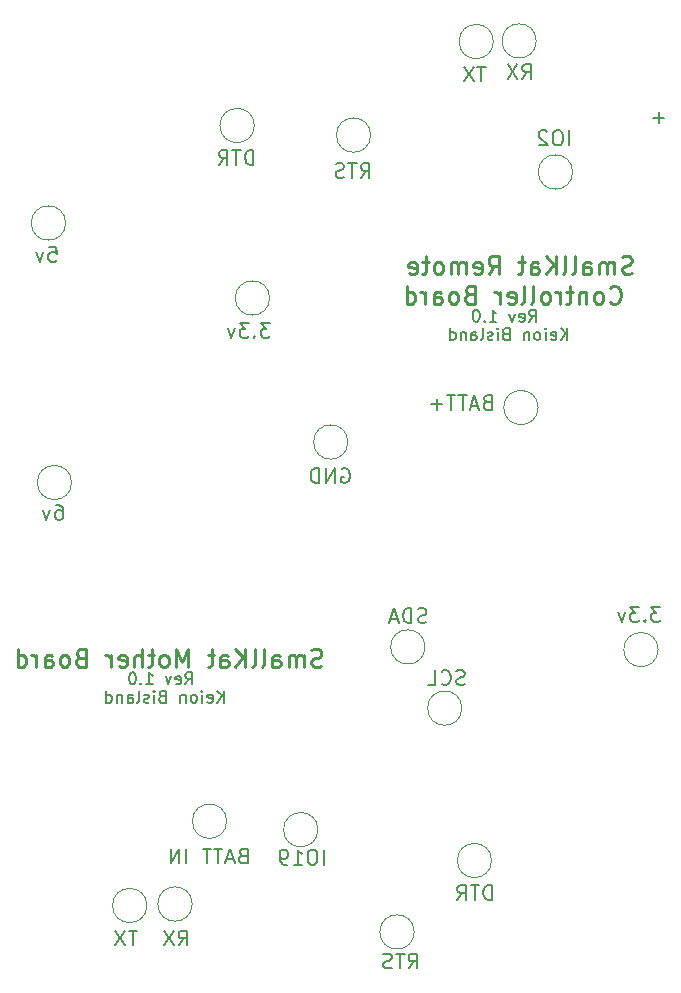
<source format=gbr>
G04 #@! TF.GenerationSoftware,KiCad,Pcbnew,5.1.4-e60b266~84~ubuntu18.04.1*
G04 #@! TF.CreationDate,2019-10-21T15:53:24-04:00*
G04 #@! TF.ProjectId,SmallKat v2,536d616c-6c4b-4617-9420-76322e6b6963,rev?*
G04 #@! TF.SameCoordinates,Original*
G04 #@! TF.FileFunction,Legend,Bot*
G04 #@! TF.FilePolarity,Positive*
%FSLAX46Y46*%
G04 Gerber Fmt 4.6, Leading zero omitted, Abs format (unit mm)*
G04 Created by KiCad (PCBNEW 5.1.4-e60b266~84~ubuntu18.04.1) date 2019-10-21 15:53:24*
%MOMM*%
%LPD*%
G04 APERTURE LIST*
%ADD10C,0.250000*%
%ADD11C,0.150000*%
%ADD12C,0.120000*%
G04 APERTURE END LIST*
D10*
X139192857Y-110657142D02*
X138978571Y-110728571D01*
X138621428Y-110728571D01*
X138478571Y-110657142D01*
X138407142Y-110585714D01*
X138335714Y-110442857D01*
X138335714Y-110300000D01*
X138407142Y-110157142D01*
X138478571Y-110085714D01*
X138621428Y-110014285D01*
X138907142Y-109942857D01*
X139050000Y-109871428D01*
X139121428Y-109800000D01*
X139192857Y-109657142D01*
X139192857Y-109514285D01*
X139121428Y-109371428D01*
X139050000Y-109300000D01*
X138907142Y-109228571D01*
X138550000Y-109228571D01*
X138335714Y-109300000D01*
X137692857Y-110728571D02*
X137692857Y-109728571D01*
X137692857Y-109871428D02*
X137621428Y-109800000D01*
X137478571Y-109728571D01*
X137264285Y-109728571D01*
X137121428Y-109800000D01*
X137050000Y-109942857D01*
X137050000Y-110728571D01*
X137050000Y-109942857D02*
X136978571Y-109800000D01*
X136835714Y-109728571D01*
X136621428Y-109728571D01*
X136478571Y-109800000D01*
X136407142Y-109942857D01*
X136407142Y-110728571D01*
X135050000Y-110728571D02*
X135050000Y-109942857D01*
X135121428Y-109800000D01*
X135264285Y-109728571D01*
X135550000Y-109728571D01*
X135692857Y-109800000D01*
X135050000Y-110657142D02*
X135192857Y-110728571D01*
X135550000Y-110728571D01*
X135692857Y-110657142D01*
X135764285Y-110514285D01*
X135764285Y-110371428D01*
X135692857Y-110228571D01*
X135550000Y-110157142D01*
X135192857Y-110157142D01*
X135050000Y-110085714D01*
X134121428Y-110728571D02*
X134264285Y-110657142D01*
X134335714Y-110514285D01*
X134335714Y-109228571D01*
X133335714Y-110728571D02*
X133478571Y-110657142D01*
X133550000Y-110514285D01*
X133550000Y-109228571D01*
X132764285Y-110728571D02*
X132764285Y-109228571D01*
X131907142Y-110728571D02*
X132550000Y-109871428D01*
X131907142Y-109228571D02*
X132764285Y-110085714D01*
X130621428Y-110728571D02*
X130621428Y-109942857D01*
X130692857Y-109800000D01*
X130835714Y-109728571D01*
X131121428Y-109728571D01*
X131264285Y-109800000D01*
X130621428Y-110657142D02*
X130764285Y-110728571D01*
X131121428Y-110728571D01*
X131264285Y-110657142D01*
X131335714Y-110514285D01*
X131335714Y-110371428D01*
X131264285Y-110228571D01*
X131121428Y-110157142D01*
X130764285Y-110157142D01*
X130621428Y-110085714D01*
X130121428Y-109728571D02*
X129549999Y-109728571D01*
X129907142Y-109228571D02*
X129907142Y-110514285D01*
X129835714Y-110657142D01*
X129692857Y-110728571D01*
X129549999Y-110728571D01*
X127907142Y-110728571D02*
X127907142Y-109228571D01*
X127407142Y-110300000D01*
X126907142Y-109228571D01*
X126907142Y-110728571D01*
X125978571Y-110728571D02*
X126121428Y-110657142D01*
X126192857Y-110585714D01*
X126264285Y-110442857D01*
X126264285Y-110014285D01*
X126192857Y-109871428D01*
X126121428Y-109800000D01*
X125978571Y-109728571D01*
X125764285Y-109728571D01*
X125621428Y-109800000D01*
X125549999Y-109871428D01*
X125478571Y-110014285D01*
X125478571Y-110442857D01*
X125549999Y-110585714D01*
X125621428Y-110657142D01*
X125764285Y-110728571D01*
X125978571Y-110728571D01*
X125049999Y-109728571D02*
X124478571Y-109728571D01*
X124835714Y-109228571D02*
X124835714Y-110514285D01*
X124764285Y-110657142D01*
X124621428Y-110728571D01*
X124478571Y-110728571D01*
X123978571Y-110728571D02*
X123978571Y-109228571D01*
X123335714Y-110728571D02*
X123335714Y-109942857D01*
X123407142Y-109800000D01*
X123550000Y-109728571D01*
X123764285Y-109728571D01*
X123907142Y-109800000D01*
X123978571Y-109871428D01*
X122050000Y-110657142D02*
X122192857Y-110728571D01*
X122478571Y-110728571D01*
X122621428Y-110657142D01*
X122692857Y-110514285D01*
X122692857Y-109942857D01*
X122621428Y-109800000D01*
X122478571Y-109728571D01*
X122192857Y-109728571D01*
X122050000Y-109800000D01*
X121978571Y-109942857D01*
X121978571Y-110085714D01*
X122692857Y-110228571D01*
X121335714Y-110728571D02*
X121335714Y-109728571D01*
X121335714Y-110014285D02*
X121264285Y-109871428D01*
X121192857Y-109800000D01*
X121050000Y-109728571D01*
X120907142Y-109728571D01*
X118764285Y-109942857D02*
X118550000Y-110014285D01*
X118478571Y-110085714D01*
X118407142Y-110228571D01*
X118407142Y-110442857D01*
X118478571Y-110585714D01*
X118550000Y-110657142D01*
X118692857Y-110728571D01*
X119264285Y-110728571D01*
X119264285Y-109228571D01*
X118764285Y-109228571D01*
X118621428Y-109300000D01*
X118550000Y-109371428D01*
X118478571Y-109514285D01*
X118478571Y-109657142D01*
X118550000Y-109800000D01*
X118621428Y-109871428D01*
X118764285Y-109942857D01*
X119264285Y-109942857D01*
X117550000Y-110728571D02*
X117692857Y-110657142D01*
X117764285Y-110585714D01*
X117835714Y-110442857D01*
X117835714Y-110014285D01*
X117764285Y-109871428D01*
X117692857Y-109800000D01*
X117550000Y-109728571D01*
X117335714Y-109728571D01*
X117192857Y-109800000D01*
X117121428Y-109871428D01*
X117050000Y-110014285D01*
X117050000Y-110442857D01*
X117121428Y-110585714D01*
X117192857Y-110657142D01*
X117335714Y-110728571D01*
X117550000Y-110728571D01*
X115764285Y-110728571D02*
X115764285Y-109942857D01*
X115835714Y-109800000D01*
X115978571Y-109728571D01*
X116264285Y-109728571D01*
X116407142Y-109800000D01*
X115764285Y-110657142D02*
X115907142Y-110728571D01*
X116264285Y-110728571D01*
X116407142Y-110657142D01*
X116478571Y-110514285D01*
X116478571Y-110371428D01*
X116407142Y-110228571D01*
X116264285Y-110157142D01*
X115907142Y-110157142D01*
X115764285Y-110085714D01*
X115050000Y-110728571D02*
X115050000Y-109728571D01*
X115050000Y-110014285D02*
X114978571Y-109871428D01*
X114907142Y-109800000D01*
X114764285Y-109728571D01*
X114621428Y-109728571D01*
X113478571Y-110728571D02*
X113478571Y-109228571D01*
X113478571Y-110657142D02*
X113621428Y-110728571D01*
X113907142Y-110728571D01*
X114050000Y-110657142D01*
X114121428Y-110585714D01*
X114192857Y-110442857D01*
X114192857Y-110014285D01*
X114121428Y-109871428D01*
X114050000Y-109800000D01*
X113907142Y-109728571D01*
X113621428Y-109728571D01*
X113478571Y-109800000D01*
D11*
X130926190Y-113752380D02*
X130926190Y-112752380D01*
X130354761Y-113752380D02*
X130783333Y-113180952D01*
X130354761Y-112752380D02*
X130926190Y-113323809D01*
X129545238Y-113704761D02*
X129640476Y-113752380D01*
X129830952Y-113752380D01*
X129926190Y-113704761D01*
X129973809Y-113609523D01*
X129973809Y-113228571D01*
X129926190Y-113133333D01*
X129830952Y-113085714D01*
X129640476Y-113085714D01*
X129545238Y-113133333D01*
X129497619Y-113228571D01*
X129497619Y-113323809D01*
X129973809Y-113419047D01*
X129069047Y-113752380D02*
X129069047Y-113085714D01*
X129069047Y-112752380D02*
X129116666Y-112800000D01*
X129069047Y-112847619D01*
X129021428Y-112800000D01*
X129069047Y-112752380D01*
X129069047Y-112847619D01*
X128450000Y-113752380D02*
X128545238Y-113704761D01*
X128592857Y-113657142D01*
X128640476Y-113561904D01*
X128640476Y-113276190D01*
X128592857Y-113180952D01*
X128545238Y-113133333D01*
X128450000Y-113085714D01*
X128307142Y-113085714D01*
X128211904Y-113133333D01*
X128164285Y-113180952D01*
X128116666Y-113276190D01*
X128116666Y-113561904D01*
X128164285Y-113657142D01*
X128211904Y-113704761D01*
X128307142Y-113752380D01*
X128450000Y-113752380D01*
X127688095Y-113085714D02*
X127688095Y-113752380D01*
X127688095Y-113180952D02*
X127640476Y-113133333D01*
X127545238Y-113085714D01*
X127402380Y-113085714D01*
X127307142Y-113133333D01*
X127259523Y-113228571D01*
X127259523Y-113752380D01*
X125688095Y-113228571D02*
X125545238Y-113276190D01*
X125497619Y-113323809D01*
X125450000Y-113419047D01*
X125450000Y-113561904D01*
X125497619Y-113657142D01*
X125545238Y-113704761D01*
X125640476Y-113752380D01*
X126021428Y-113752380D01*
X126021428Y-112752380D01*
X125688095Y-112752380D01*
X125592857Y-112800000D01*
X125545238Y-112847619D01*
X125497619Y-112942857D01*
X125497619Y-113038095D01*
X125545238Y-113133333D01*
X125592857Y-113180952D01*
X125688095Y-113228571D01*
X126021428Y-113228571D01*
X125021428Y-113752380D02*
X125021428Y-113085714D01*
X125021428Y-112752380D02*
X125069047Y-112800000D01*
X125021428Y-112847619D01*
X124973809Y-112800000D01*
X125021428Y-112752380D01*
X125021428Y-112847619D01*
X124592857Y-113704761D02*
X124497619Y-113752380D01*
X124307142Y-113752380D01*
X124211904Y-113704761D01*
X124164285Y-113609523D01*
X124164285Y-113561904D01*
X124211904Y-113466666D01*
X124307142Y-113419047D01*
X124450000Y-113419047D01*
X124545238Y-113371428D01*
X124592857Y-113276190D01*
X124592857Y-113228571D01*
X124545238Y-113133333D01*
X124450000Y-113085714D01*
X124307142Y-113085714D01*
X124211904Y-113133333D01*
X123592857Y-113752380D02*
X123688095Y-113704761D01*
X123735714Y-113609523D01*
X123735714Y-112752380D01*
X122783333Y-113752380D02*
X122783333Y-113228571D01*
X122830952Y-113133333D01*
X122926190Y-113085714D01*
X123116666Y-113085714D01*
X123211904Y-113133333D01*
X122783333Y-113704761D02*
X122878571Y-113752380D01*
X123116666Y-113752380D01*
X123211904Y-113704761D01*
X123259523Y-113609523D01*
X123259523Y-113514285D01*
X123211904Y-113419047D01*
X123116666Y-113371428D01*
X122878571Y-113371428D01*
X122783333Y-113323809D01*
X122307142Y-113085714D02*
X122307142Y-113752380D01*
X122307142Y-113180952D02*
X122259523Y-113133333D01*
X122164285Y-113085714D01*
X122021428Y-113085714D01*
X121926190Y-113133333D01*
X121878571Y-113228571D01*
X121878571Y-113752380D01*
X120973809Y-113752380D02*
X120973809Y-112752380D01*
X120973809Y-113704761D02*
X121069047Y-113752380D01*
X121259523Y-113752380D01*
X121354761Y-113704761D01*
X121402380Y-113657142D01*
X121450000Y-113561904D01*
X121450000Y-113276190D01*
X121402380Y-113180952D01*
X121354761Y-113133333D01*
X121259523Y-113085714D01*
X121069047Y-113085714D01*
X120973809Y-113133333D01*
X127671428Y-112202380D02*
X128004761Y-111726190D01*
X128242857Y-112202380D02*
X128242857Y-111202380D01*
X127861904Y-111202380D01*
X127766666Y-111250000D01*
X127719047Y-111297619D01*
X127671428Y-111392857D01*
X127671428Y-111535714D01*
X127719047Y-111630952D01*
X127766666Y-111678571D01*
X127861904Y-111726190D01*
X128242857Y-111726190D01*
X126861904Y-112154761D02*
X126957142Y-112202380D01*
X127147619Y-112202380D01*
X127242857Y-112154761D01*
X127290476Y-112059523D01*
X127290476Y-111678571D01*
X127242857Y-111583333D01*
X127147619Y-111535714D01*
X126957142Y-111535714D01*
X126861904Y-111583333D01*
X126814285Y-111678571D01*
X126814285Y-111773809D01*
X127290476Y-111869047D01*
X126480952Y-111535714D02*
X126242857Y-112202380D01*
X126004761Y-111535714D01*
X124338095Y-112202380D02*
X124909523Y-112202380D01*
X124623809Y-112202380D02*
X124623809Y-111202380D01*
X124719047Y-111345238D01*
X124814285Y-111440476D01*
X124909523Y-111488095D01*
X123909523Y-112107142D02*
X123861904Y-112154761D01*
X123909523Y-112202380D01*
X123957142Y-112154761D01*
X123909523Y-112107142D01*
X123909523Y-112202380D01*
X123242857Y-111202380D02*
X123147619Y-111202380D01*
X123052380Y-111250000D01*
X123004761Y-111297619D01*
X122957142Y-111392857D01*
X122909523Y-111583333D01*
X122909523Y-111821428D01*
X122957142Y-112011904D01*
X123004761Y-112107142D01*
X123052380Y-112154761D01*
X123147619Y-112202380D01*
X123242857Y-112202380D01*
X123338095Y-112154761D01*
X123385714Y-112107142D01*
X123433333Y-112011904D01*
X123480952Y-111821428D01*
X123480952Y-111583333D01*
X123433333Y-111392857D01*
X123385714Y-111297619D01*
X123338095Y-111250000D01*
X123242857Y-111202380D01*
X160026190Y-83052380D02*
X160026190Y-82052380D01*
X159454761Y-83052380D02*
X159883333Y-82480952D01*
X159454761Y-82052380D02*
X160026190Y-82623809D01*
X158645238Y-83004761D02*
X158740476Y-83052380D01*
X158930952Y-83052380D01*
X159026190Y-83004761D01*
X159073809Y-82909523D01*
X159073809Y-82528571D01*
X159026190Y-82433333D01*
X158930952Y-82385714D01*
X158740476Y-82385714D01*
X158645238Y-82433333D01*
X158597619Y-82528571D01*
X158597619Y-82623809D01*
X159073809Y-82719047D01*
X158169047Y-83052380D02*
X158169047Y-82385714D01*
X158169047Y-82052380D02*
X158216666Y-82100000D01*
X158169047Y-82147619D01*
X158121428Y-82100000D01*
X158169047Y-82052380D01*
X158169047Y-82147619D01*
X157550000Y-83052380D02*
X157645238Y-83004761D01*
X157692857Y-82957142D01*
X157740476Y-82861904D01*
X157740476Y-82576190D01*
X157692857Y-82480952D01*
X157645238Y-82433333D01*
X157550000Y-82385714D01*
X157407142Y-82385714D01*
X157311904Y-82433333D01*
X157264285Y-82480952D01*
X157216666Y-82576190D01*
X157216666Y-82861904D01*
X157264285Y-82957142D01*
X157311904Y-83004761D01*
X157407142Y-83052380D01*
X157550000Y-83052380D01*
X156788095Y-82385714D02*
X156788095Y-83052380D01*
X156788095Y-82480952D02*
X156740476Y-82433333D01*
X156645238Y-82385714D01*
X156502380Y-82385714D01*
X156407142Y-82433333D01*
X156359523Y-82528571D01*
X156359523Y-83052380D01*
X154788095Y-82528571D02*
X154645238Y-82576190D01*
X154597619Y-82623809D01*
X154550000Y-82719047D01*
X154550000Y-82861904D01*
X154597619Y-82957142D01*
X154645238Y-83004761D01*
X154740476Y-83052380D01*
X155121428Y-83052380D01*
X155121428Y-82052380D01*
X154788095Y-82052380D01*
X154692857Y-82100000D01*
X154645238Y-82147619D01*
X154597619Y-82242857D01*
X154597619Y-82338095D01*
X154645238Y-82433333D01*
X154692857Y-82480952D01*
X154788095Y-82528571D01*
X155121428Y-82528571D01*
X154121428Y-83052380D02*
X154121428Y-82385714D01*
X154121428Y-82052380D02*
X154169047Y-82100000D01*
X154121428Y-82147619D01*
X154073809Y-82100000D01*
X154121428Y-82052380D01*
X154121428Y-82147619D01*
X153692857Y-83004761D02*
X153597619Y-83052380D01*
X153407142Y-83052380D01*
X153311904Y-83004761D01*
X153264285Y-82909523D01*
X153264285Y-82861904D01*
X153311904Y-82766666D01*
X153407142Y-82719047D01*
X153550000Y-82719047D01*
X153645238Y-82671428D01*
X153692857Y-82576190D01*
X153692857Y-82528571D01*
X153645238Y-82433333D01*
X153550000Y-82385714D01*
X153407142Y-82385714D01*
X153311904Y-82433333D01*
X152692857Y-83052380D02*
X152788095Y-83004761D01*
X152835714Y-82909523D01*
X152835714Y-82052380D01*
X151883333Y-83052380D02*
X151883333Y-82528571D01*
X151930952Y-82433333D01*
X152026190Y-82385714D01*
X152216666Y-82385714D01*
X152311904Y-82433333D01*
X151883333Y-83004761D02*
X151978571Y-83052380D01*
X152216666Y-83052380D01*
X152311904Y-83004761D01*
X152359523Y-82909523D01*
X152359523Y-82814285D01*
X152311904Y-82719047D01*
X152216666Y-82671428D01*
X151978571Y-82671428D01*
X151883333Y-82623809D01*
X151407142Y-82385714D02*
X151407142Y-83052380D01*
X151407142Y-82480952D02*
X151359523Y-82433333D01*
X151264285Y-82385714D01*
X151121428Y-82385714D01*
X151026190Y-82433333D01*
X150978571Y-82528571D01*
X150978571Y-83052380D01*
X150073809Y-83052380D02*
X150073809Y-82052380D01*
X150073809Y-83004761D02*
X150169047Y-83052380D01*
X150359523Y-83052380D01*
X150454761Y-83004761D01*
X150502380Y-82957142D01*
X150550000Y-82861904D01*
X150550000Y-82576190D01*
X150502380Y-82480952D01*
X150454761Y-82433333D01*
X150359523Y-82385714D01*
X150169047Y-82385714D01*
X150073809Y-82433333D01*
X156771428Y-81502380D02*
X157104761Y-81026190D01*
X157342857Y-81502380D02*
X157342857Y-80502380D01*
X156961904Y-80502380D01*
X156866666Y-80550000D01*
X156819047Y-80597619D01*
X156771428Y-80692857D01*
X156771428Y-80835714D01*
X156819047Y-80930952D01*
X156866666Y-80978571D01*
X156961904Y-81026190D01*
X157342857Y-81026190D01*
X155961904Y-81454761D02*
X156057142Y-81502380D01*
X156247619Y-81502380D01*
X156342857Y-81454761D01*
X156390476Y-81359523D01*
X156390476Y-80978571D01*
X156342857Y-80883333D01*
X156247619Y-80835714D01*
X156057142Y-80835714D01*
X155961904Y-80883333D01*
X155914285Y-80978571D01*
X155914285Y-81073809D01*
X156390476Y-81169047D01*
X155580952Y-80835714D02*
X155342857Y-81502380D01*
X155104761Y-80835714D01*
X153438095Y-81502380D02*
X154009523Y-81502380D01*
X153723809Y-81502380D02*
X153723809Y-80502380D01*
X153819047Y-80645238D01*
X153914285Y-80740476D01*
X154009523Y-80788095D01*
X153009523Y-81407142D02*
X152961904Y-81454761D01*
X153009523Y-81502380D01*
X153057142Y-81454761D01*
X153009523Y-81407142D01*
X153009523Y-81502380D01*
X152342857Y-80502380D02*
X152247619Y-80502380D01*
X152152380Y-80550000D01*
X152104761Y-80597619D01*
X152057142Y-80692857D01*
X152009523Y-80883333D01*
X152009523Y-81121428D01*
X152057142Y-81311904D01*
X152104761Y-81407142D01*
X152152380Y-81454761D01*
X152247619Y-81502380D01*
X152342857Y-81502380D01*
X152438095Y-81454761D01*
X152485714Y-81407142D01*
X152533333Y-81311904D01*
X152580952Y-81121428D01*
X152580952Y-80883333D01*
X152533333Y-80692857D01*
X152485714Y-80597619D01*
X152438095Y-80550000D01*
X152342857Y-80502380D01*
D10*
X165485714Y-77407142D02*
X165271428Y-77478571D01*
X164914285Y-77478571D01*
X164771428Y-77407142D01*
X164700000Y-77335714D01*
X164628571Y-77192857D01*
X164628571Y-77050000D01*
X164700000Y-76907142D01*
X164771428Y-76835714D01*
X164914285Y-76764285D01*
X165200000Y-76692857D01*
X165342857Y-76621428D01*
X165414285Y-76550000D01*
X165485714Y-76407142D01*
X165485714Y-76264285D01*
X165414285Y-76121428D01*
X165342857Y-76050000D01*
X165200000Y-75978571D01*
X164842857Y-75978571D01*
X164628571Y-76050000D01*
X163985714Y-77478571D02*
X163985714Y-76478571D01*
X163985714Y-76621428D02*
X163914285Y-76550000D01*
X163771428Y-76478571D01*
X163557142Y-76478571D01*
X163414285Y-76550000D01*
X163342857Y-76692857D01*
X163342857Y-77478571D01*
X163342857Y-76692857D02*
X163271428Y-76550000D01*
X163128571Y-76478571D01*
X162914285Y-76478571D01*
X162771428Y-76550000D01*
X162700000Y-76692857D01*
X162700000Y-77478571D01*
X161342857Y-77478571D02*
X161342857Y-76692857D01*
X161414285Y-76550000D01*
X161557142Y-76478571D01*
X161842857Y-76478571D01*
X161985714Y-76550000D01*
X161342857Y-77407142D02*
X161485714Y-77478571D01*
X161842857Y-77478571D01*
X161985714Y-77407142D01*
X162057142Y-77264285D01*
X162057142Y-77121428D01*
X161985714Y-76978571D01*
X161842857Y-76907142D01*
X161485714Y-76907142D01*
X161342857Y-76835714D01*
X160414285Y-77478571D02*
X160557142Y-77407142D01*
X160628571Y-77264285D01*
X160628571Y-75978571D01*
X159628571Y-77478571D02*
X159771428Y-77407142D01*
X159842857Y-77264285D01*
X159842857Y-75978571D01*
X159057142Y-77478571D02*
X159057142Y-75978571D01*
X158200000Y-77478571D02*
X158842857Y-76621428D01*
X158200000Y-75978571D02*
X159057142Y-76835714D01*
X156914285Y-77478571D02*
X156914285Y-76692857D01*
X156985714Y-76550000D01*
X157128571Y-76478571D01*
X157414285Y-76478571D01*
X157557142Y-76550000D01*
X156914285Y-77407142D02*
X157057142Y-77478571D01*
X157414285Y-77478571D01*
X157557142Y-77407142D01*
X157628571Y-77264285D01*
X157628571Y-77121428D01*
X157557142Y-76978571D01*
X157414285Y-76907142D01*
X157057142Y-76907142D01*
X156914285Y-76835714D01*
X156414285Y-76478571D02*
X155842857Y-76478571D01*
X156200000Y-75978571D02*
X156200000Y-77264285D01*
X156128571Y-77407142D01*
X155985714Y-77478571D01*
X155842857Y-77478571D01*
X153342857Y-77478571D02*
X153842857Y-76764285D01*
X154200000Y-77478571D02*
X154200000Y-75978571D01*
X153628571Y-75978571D01*
X153485714Y-76050000D01*
X153414285Y-76121428D01*
X153342857Y-76264285D01*
X153342857Y-76478571D01*
X153414285Y-76621428D01*
X153485714Y-76692857D01*
X153628571Y-76764285D01*
X154200000Y-76764285D01*
X152128571Y-77407142D02*
X152271428Y-77478571D01*
X152557142Y-77478571D01*
X152700000Y-77407142D01*
X152771428Y-77264285D01*
X152771428Y-76692857D01*
X152700000Y-76550000D01*
X152557142Y-76478571D01*
X152271428Y-76478571D01*
X152128571Y-76550000D01*
X152057142Y-76692857D01*
X152057142Y-76835714D01*
X152771428Y-76978571D01*
X151414285Y-77478571D02*
X151414285Y-76478571D01*
X151414285Y-76621428D02*
X151342857Y-76550000D01*
X151200000Y-76478571D01*
X150985714Y-76478571D01*
X150842857Y-76550000D01*
X150771428Y-76692857D01*
X150771428Y-77478571D01*
X150771428Y-76692857D02*
X150700000Y-76550000D01*
X150557142Y-76478571D01*
X150342857Y-76478571D01*
X150200000Y-76550000D01*
X150128571Y-76692857D01*
X150128571Y-77478571D01*
X149200000Y-77478571D02*
X149342857Y-77407142D01*
X149414285Y-77335714D01*
X149485714Y-77192857D01*
X149485714Y-76764285D01*
X149414285Y-76621428D01*
X149342857Y-76550000D01*
X149200000Y-76478571D01*
X148985714Y-76478571D01*
X148842857Y-76550000D01*
X148771428Y-76621428D01*
X148700000Y-76764285D01*
X148700000Y-77192857D01*
X148771428Y-77335714D01*
X148842857Y-77407142D01*
X148985714Y-77478571D01*
X149200000Y-77478571D01*
X148271428Y-76478571D02*
X147700000Y-76478571D01*
X148057142Y-75978571D02*
X148057142Y-77264285D01*
X147985714Y-77407142D01*
X147842857Y-77478571D01*
X147700000Y-77478571D01*
X146628571Y-77407142D02*
X146771428Y-77478571D01*
X147057142Y-77478571D01*
X147200000Y-77407142D01*
X147271428Y-77264285D01*
X147271428Y-76692857D01*
X147200000Y-76550000D01*
X147057142Y-76478571D01*
X146771428Y-76478571D01*
X146628571Y-76550000D01*
X146557142Y-76692857D01*
X146557142Y-76835714D01*
X147271428Y-76978571D01*
X163628571Y-79835714D02*
X163700000Y-79907142D01*
X163914285Y-79978571D01*
X164057142Y-79978571D01*
X164271428Y-79907142D01*
X164414285Y-79764285D01*
X164485714Y-79621428D01*
X164557142Y-79335714D01*
X164557142Y-79121428D01*
X164485714Y-78835714D01*
X164414285Y-78692857D01*
X164271428Y-78550000D01*
X164057142Y-78478571D01*
X163914285Y-78478571D01*
X163700000Y-78550000D01*
X163628571Y-78621428D01*
X162771428Y-79978571D02*
X162914285Y-79907142D01*
X162985714Y-79835714D01*
X163057142Y-79692857D01*
X163057142Y-79264285D01*
X162985714Y-79121428D01*
X162914285Y-79050000D01*
X162771428Y-78978571D01*
X162557142Y-78978571D01*
X162414285Y-79050000D01*
X162342857Y-79121428D01*
X162271428Y-79264285D01*
X162271428Y-79692857D01*
X162342857Y-79835714D01*
X162414285Y-79907142D01*
X162557142Y-79978571D01*
X162771428Y-79978571D01*
X161628571Y-78978571D02*
X161628571Y-79978571D01*
X161628571Y-79121428D02*
X161557142Y-79050000D01*
X161414285Y-78978571D01*
X161200000Y-78978571D01*
X161057142Y-79050000D01*
X160985714Y-79192857D01*
X160985714Y-79978571D01*
X160485714Y-78978571D02*
X159914285Y-78978571D01*
X160271428Y-78478571D02*
X160271428Y-79764285D01*
X160200000Y-79907142D01*
X160057142Y-79978571D01*
X159914285Y-79978571D01*
X159414285Y-79978571D02*
X159414285Y-78978571D01*
X159414285Y-79264285D02*
X159342857Y-79121428D01*
X159271428Y-79050000D01*
X159128571Y-78978571D01*
X158985714Y-78978571D01*
X158271428Y-79978571D02*
X158414285Y-79907142D01*
X158485714Y-79835714D01*
X158557142Y-79692857D01*
X158557142Y-79264285D01*
X158485714Y-79121428D01*
X158414285Y-79050000D01*
X158271428Y-78978571D01*
X158057142Y-78978571D01*
X157914285Y-79050000D01*
X157842857Y-79121428D01*
X157771428Y-79264285D01*
X157771428Y-79692857D01*
X157842857Y-79835714D01*
X157914285Y-79907142D01*
X158057142Y-79978571D01*
X158271428Y-79978571D01*
X156914285Y-79978571D02*
X157057142Y-79907142D01*
X157128571Y-79764285D01*
X157128571Y-78478571D01*
X156128571Y-79978571D02*
X156271428Y-79907142D01*
X156342857Y-79764285D01*
X156342857Y-78478571D01*
X154985714Y-79907142D02*
X155128571Y-79978571D01*
X155414285Y-79978571D01*
X155557142Y-79907142D01*
X155628571Y-79764285D01*
X155628571Y-79192857D01*
X155557142Y-79050000D01*
X155414285Y-78978571D01*
X155128571Y-78978571D01*
X154985714Y-79050000D01*
X154914285Y-79192857D01*
X154914285Y-79335714D01*
X155628571Y-79478571D01*
X154271428Y-79978571D02*
X154271428Y-78978571D01*
X154271428Y-79264285D02*
X154200000Y-79121428D01*
X154128571Y-79050000D01*
X153985714Y-78978571D01*
X153842857Y-78978571D01*
X151700000Y-79192857D02*
X151485714Y-79264285D01*
X151414285Y-79335714D01*
X151342857Y-79478571D01*
X151342857Y-79692857D01*
X151414285Y-79835714D01*
X151485714Y-79907142D01*
X151628571Y-79978571D01*
X152200000Y-79978571D01*
X152200000Y-78478571D01*
X151700000Y-78478571D01*
X151557142Y-78550000D01*
X151485714Y-78621428D01*
X151414285Y-78764285D01*
X151414285Y-78907142D01*
X151485714Y-79050000D01*
X151557142Y-79121428D01*
X151700000Y-79192857D01*
X152200000Y-79192857D01*
X150485714Y-79978571D02*
X150628571Y-79907142D01*
X150700000Y-79835714D01*
X150771428Y-79692857D01*
X150771428Y-79264285D01*
X150700000Y-79121428D01*
X150628571Y-79050000D01*
X150485714Y-78978571D01*
X150271428Y-78978571D01*
X150128571Y-79050000D01*
X150057142Y-79121428D01*
X149985714Y-79264285D01*
X149985714Y-79692857D01*
X150057142Y-79835714D01*
X150128571Y-79907142D01*
X150271428Y-79978571D01*
X150485714Y-79978571D01*
X148700000Y-79978571D02*
X148700000Y-79192857D01*
X148771428Y-79050000D01*
X148914285Y-78978571D01*
X149200000Y-78978571D01*
X149342857Y-79050000D01*
X148700000Y-79907142D02*
X148842857Y-79978571D01*
X149200000Y-79978571D01*
X149342857Y-79907142D01*
X149414285Y-79764285D01*
X149414285Y-79621428D01*
X149342857Y-79478571D01*
X149200000Y-79407142D01*
X148842857Y-79407142D01*
X148700000Y-79335714D01*
X147985714Y-79978571D02*
X147985714Y-78978571D01*
X147985714Y-79264285D02*
X147914285Y-79121428D01*
X147842857Y-79050000D01*
X147700000Y-78978571D01*
X147557142Y-78978571D01*
X146414285Y-79978571D02*
X146414285Y-78478571D01*
X146414285Y-79907142D02*
X146557142Y-79978571D01*
X146842857Y-79978571D01*
X146985714Y-79907142D01*
X147057142Y-79835714D01*
X147128571Y-79692857D01*
X147128571Y-79264285D01*
X147057142Y-79121428D01*
X146985714Y-79050000D01*
X146842857Y-78978571D01*
X146557142Y-78978571D01*
X146414285Y-79050000D01*
D11*
X167885714Y-105665476D02*
X167111904Y-105665476D01*
X167528571Y-106141666D01*
X167350000Y-106141666D01*
X167230952Y-106201190D01*
X167171428Y-106260714D01*
X167111904Y-106379761D01*
X167111904Y-106677380D01*
X167171428Y-106796428D01*
X167230952Y-106855952D01*
X167350000Y-106915476D01*
X167707142Y-106915476D01*
X167826190Y-106855952D01*
X167885714Y-106796428D01*
X166576190Y-106796428D02*
X166516666Y-106855952D01*
X166576190Y-106915476D01*
X166635714Y-106855952D01*
X166576190Y-106796428D01*
X166576190Y-106915476D01*
X166100000Y-105665476D02*
X165326190Y-105665476D01*
X165742857Y-106141666D01*
X165564285Y-106141666D01*
X165445238Y-106201190D01*
X165385714Y-106260714D01*
X165326190Y-106379761D01*
X165326190Y-106677380D01*
X165385714Y-106796428D01*
X165445238Y-106855952D01*
X165564285Y-106915476D01*
X165921428Y-106915476D01*
X166040476Y-106855952D01*
X166100000Y-106796428D01*
X164909523Y-106082142D02*
X164611904Y-106915476D01*
X164314285Y-106082142D01*
X153222619Y-88310714D02*
X153044047Y-88370238D01*
X152984523Y-88429761D01*
X152925000Y-88548809D01*
X152925000Y-88727380D01*
X152984523Y-88846428D01*
X153044047Y-88905952D01*
X153163095Y-88965476D01*
X153639285Y-88965476D01*
X153639285Y-87715476D01*
X153222619Y-87715476D01*
X153103571Y-87775000D01*
X153044047Y-87834523D01*
X152984523Y-87953571D01*
X152984523Y-88072619D01*
X153044047Y-88191666D01*
X153103571Y-88251190D01*
X153222619Y-88310714D01*
X153639285Y-88310714D01*
X152448809Y-88608333D02*
X151853571Y-88608333D01*
X152567857Y-88965476D02*
X152151190Y-87715476D01*
X151734523Y-88965476D01*
X151496428Y-87715476D02*
X150782142Y-87715476D01*
X151139285Y-88965476D02*
X151139285Y-87715476D01*
X150544047Y-87715476D02*
X149829761Y-87715476D01*
X150186904Y-88965476D02*
X150186904Y-87715476D01*
X149413095Y-88489285D02*
X148460714Y-88489285D01*
X148936904Y-88965476D02*
X148936904Y-88013095D01*
X148067857Y-106955952D02*
X147889285Y-107015476D01*
X147591666Y-107015476D01*
X147472619Y-106955952D01*
X147413095Y-106896428D01*
X147353571Y-106777380D01*
X147353571Y-106658333D01*
X147413095Y-106539285D01*
X147472619Y-106479761D01*
X147591666Y-106420238D01*
X147829761Y-106360714D01*
X147948809Y-106301190D01*
X148008333Y-106241666D01*
X148067857Y-106122619D01*
X148067857Y-106003571D01*
X148008333Y-105884523D01*
X147948809Y-105825000D01*
X147829761Y-105765476D01*
X147532142Y-105765476D01*
X147353571Y-105825000D01*
X146817857Y-107015476D02*
X146817857Y-105765476D01*
X146520238Y-105765476D01*
X146341666Y-105825000D01*
X146222619Y-105944047D01*
X146163095Y-106063095D01*
X146103571Y-106301190D01*
X146103571Y-106479761D01*
X146163095Y-106717857D01*
X146222619Y-106836904D01*
X146341666Y-106955952D01*
X146520238Y-107015476D01*
X146817857Y-107015476D01*
X145627380Y-106658333D02*
X145032142Y-106658333D01*
X145746428Y-107015476D02*
X145329761Y-105765476D01*
X144913095Y-107015476D01*
X151338095Y-112205952D02*
X151159523Y-112265476D01*
X150861904Y-112265476D01*
X150742857Y-112205952D01*
X150683333Y-112146428D01*
X150623809Y-112027380D01*
X150623809Y-111908333D01*
X150683333Y-111789285D01*
X150742857Y-111729761D01*
X150861904Y-111670238D01*
X151100000Y-111610714D01*
X151219047Y-111551190D01*
X151278571Y-111491666D01*
X151338095Y-111372619D01*
X151338095Y-111253571D01*
X151278571Y-111134523D01*
X151219047Y-111075000D01*
X151100000Y-111015476D01*
X150802380Y-111015476D01*
X150623809Y-111075000D01*
X149373809Y-112146428D02*
X149433333Y-112205952D01*
X149611904Y-112265476D01*
X149730952Y-112265476D01*
X149909523Y-112205952D01*
X150028571Y-112086904D01*
X150088095Y-111967857D01*
X150147619Y-111729761D01*
X150147619Y-111551190D01*
X150088095Y-111313095D01*
X150028571Y-111194047D01*
X149909523Y-111075000D01*
X149730952Y-111015476D01*
X149611904Y-111015476D01*
X149433333Y-111075000D01*
X149373809Y-111134523D01*
X148242857Y-112265476D02*
X148838095Y-112265476D01*
X148838095Y-111015476D01*
X153628571Y-130465476D02*
X153628571Y-129215476D01*
X153330952Y-129215476D01*
X153152380Y-129275000D01*
X153033333Y-129394047D01*
X152973809Y-129513095D01*
X152914285Y-129751190D01*
X152914285Y-129929761D01*
X152973809Y-130167857D01*
X153033333Y-130286904D01*
X153152380Y-130405952D01*
X153330952Y-130465476D01*
X153628571Y-130465476D01*
X152557142Y-129215476D02*
X151842857Y-129215476D01*
X152200000Y-130465476D02*
X152200000Y-129215476D01*
X150711904Y-130465476D02*
X151128571Y-129870238D01*
X151426190Y-130465476D02*
X151426190Y-129215476D01*
X150950000Y-129215476D01*
X150830952Y-129275000D01*
X150771428Y-129334523D01*
X150711904Y-129453571D01*
X150711904Y-129632142D01*
X150771428Y-129751190D01*
X150830952Y-129810714D01*
X150950000Y-129870238D01*
X151426190Y-129870238D01*
X146584523Y-136265476D02*
X147001190Y-135670238D01*
X147298809Y-136265476D02*
X147298809Y-135015476D01*
X146822619Y-135015476D01*
X146703571Y-135075000D01*
X146644047Y-135134523D01*
X146584523Y-135253571D01*
X146584523Y-135432142D01*
X146644047Y-135551190D01*
X146703571Y-135610714D01*
X146822619Y-135670238D01*
X147298809Y-135670238D01*
X146227380Y-135015476D02*
X145513095Y-135015476D01*
X145870238Y-136265476D02*
X145870238Y-135015476D01*
X145155952Y-136205952D02*
X144977380Y-136265476D01*
X144679761Y-136265476D01*
X144560714Y-136205952D01*
X144501190Y-136146428D01*
X144441666Y-136027380D01*
X144441666Y-135908333D01*
X144501190Y-135789285D01*
X144560714Y-135729761D01*
X144679761Y-135670238D01*
X144917857Y-135610714D01*
X145036904Y-135551190D01*
X145096428Y-135491666D01*
X145155952Y-135372619D01*
X145155952Y-135253571D01*
X145096428Y-135134523D01*
X145036904Y-135075000D01*
X144917857Y-135015476D01*
X144620238Y-135015476D01*
X144441666Y-135075000D01*
X139395238Y-127465476D02*
X139395238Y-126215476D01*
X138561904Y-126215476D02*
X138323809Y-126215476D01*
X138204761Y-126275000D01*
X138085714Y-126394047D01*
X138026190Y-126632142D01*
X138026190Y-127048809D01*
X138085714Y-127286904D01*
X138204761Y-127405952D01*
X138323809Y-127465476D01*
X138561904Y-127465476D01*
X138680952Y-127405952D01*
X138800000Y-127286904D01*
X138859523Y-127048809D01*
X138859523Y-126632142D01*
X138800000Y-126394047D01*
X138680952Y-126275000D01*
X138561904Y-126215476D01*
X136835714Y-127465476D02*
X137550000Y-127465476D01*
X137192857Y-127465476D02*
X137192857Y-126215476D01*
X137311904Y-126394047D01*
X137430952Y-126513095D01*
X137550000Y-126572619D01*
X136240476Y-127465476D02*
X136002380Y-127465476D01*
X135883333Y-127405952D01*
X135823809Y-127346428D01*
X135704761Y-127167857D01*
X135645238Y-126929761D01*
X135645238Y-126453571D01*
X135704761Y-126334523D01*
X135764285Y-126275000D01*
X135883333Y-126215476D01*
X136121428Y-126215476D01*
X136240476Y-126275000D01*
X136300000Y-126334523D01*
X136359523Y-126453571D01*
X136359523Y-126751190D01*
X136300000Y-126870238D01*
X136240476Y-126929761D01*
X136121428Y-126989285D01*
X135883333Y-126989285D01*
X135764285Y-126929761D01*
X135704761Y-126870238D01*
X135645238Y-126751190D01*
X123602380Y-133065476D02*
X122888095Y-133065476D01*
X123245238Y-134315476D02*
X123245238Y-133065476D01*
X122590476Y-133065476D02*
X121757142Y-134315476D01*
X121757142Y-133065476D02*
X122590476Y-134315476D01*
X127108333Y-134315476D02*
X127525000Y-133720238D01*
X127822619Y-134315476D02*
X127822619Y-133065476D01*
X127346428Y-133065476D01*
X127227380Y-133125000D01*
X127167857Y-133184523D01*
X127108333Y-133303571D01*
X127108333Y-133482142D01*
X127167857Y-133601190D01*
X127227380Y-133660714D01*
X127346428Y-133720238D01*
X127822619Y-133720238D01*
X126691666Y-133065476D02*
X125858333Y-134315476D01*
X125858333Y-133065476D02*
X126691666Y-134315476D01*
X132527380Y-126710714D02*
X132348809Y-126770238D01*
X132289285Y-126829761D01*
X132229761Y-126948809D01*
X132229761Y-127127380D01*
X132289285Y-127246428D01*
X132348809Y-127305952D01*
X132467857Y-127365476D01*
X132944047Y-127365476D01*
X132944047Y-126115476D01*
X132527380Y-126115476D01*
X132408333Y-126175000D01*
X132348809Y-126234523D01*
X132289285Y-126353571D01*
X132289285Y-126472619D01*
X132348809Y-126591666D01*
X132408333Y-126651190D01*
X132527380Y-126710714D01*
X132944047Y-126710714D01*
X131753571Y-127008333D02*
X131158333Y-127008333D01*
X131872619Y-127365476D02*
X131455952Y-126115476D01*
X131039285Y-127365476D01*
X130801190Y-126115476D02*
X130086904Y-126115476D01*
X130444047Y-127365476D02*
X130444047Y-126115476D01*
X129848809Y-126115476D02*
X129134523Y-126115476D01*
X129491666Y-127365476D02*
X129491666Y-126115476D01*
X127765476Y-127365476D02*
X127765476Y-126115476D01*
X127170238Y-127365476D02*
X127170238Y-126115476D01*
X126455952Y-127365476D01*
X126455952Y-126115476D01*
X116738095Y-97015476D02*
X116976190Y-97015476D01*
X117095238Y-97075000D01*
X117154761Y-97134523D01*
X117273809Y-97313095D01*
X117333333Y-97551190D01*
X117333333Y-98027380D01*
X117273809Y-98146428D01*
X117214285Y-98205952D01*
X117095238Y-98265476D01*
X116857142Y-98265476D01*
X116738095Y-98205952D01*
X116678571Y-98146428D01*
X116619047Y-98027380D01*
X116619047Y-97729761D01*
X116678571Y-97610714D01*
X116738095Y-97551190D01*
X116857142Y-97491666D01*
X117095238Y-97491666D01*
X117214285Y-97551190D01*
X117273809Y-97610714D01*
X117333333Y-97729761D01*
X116202380Y-97432142D02*
X115904761Y-98265476D01*
X115607142Y-97432142D01*
X140902380Y-93975000D02*
X141021428Y-93915476D01*
X141200000Y-93915476D01*
X141378571Y-93975000D01*
X141497619Y-94094047D01*
X141557142Y-94213095D01*
X141616666Y-94451190D01*
X141616666Y-94629761D01*
X141557142Y-94867857D01*
X141497619Y-94986904D01*
X141378571Y-95105952D01*
X141200000Y-95165476D01*
X141080952Y-95165476D01*
X140902380Y-95105952D01*
X140842857Y-95046428D01*
X140842857Y-94629761D01*
X141080952Y-94629761D01*
X140307142Y-95165476D02*
X140307142Y-93915476D01*
X139592857Y-95165476D01*
X139592857Y-93915476D01*
X138997619Y-95165476D02*
X138997619Y-93915476D01*
X138700000Y-93915476D01*
X138521428Y-93975000D01*
X138402380Y-94094047D01*
X138342857Y-94213095D01*
X138283333Y-94451190D01*
X138283333Y-94629761D01*
X138342857Y-94867857D01*
X138402380Y-94986904D01*
X138521428Y-95105952D01*
X138700000Y-95165476D01*
X138997619Y-95165476D01*
X134835714Y-81615476D02*
X134061904Y-81615476D01*
X134478571Y-82091666D01*
X134300000Y-82091666D01*
X134180952Y-82151190D01*
X134121428Y-82210714D01*
X134061904Y-82329761D01*
X134061904Y-82627380D01*
X134121428Y-82746428D01*
X134180952Y-82805952D01*
X134300000Y-82865476D01*
X134657142Y-82865476D01*
X134776190Y-82805952D01*
X134835714Y-82746428D01*
X133526190Y-82746428D02*
X133466666Y-82805952D01*
X133526190Y-82865476D01*
X133585714Y-82805952D01*
X133526190Y-82746428D01*
X133526190Y-82865476D01*
X133050000Y-81615476D02*
X132276190Y-81615476D01*
X132692857Y-82091666D01*
X132514285Y-82091666D01*
X132395238Y-82151190D01*
X132335714Y-82210714D01*
X132276190Y-82329761D01*
X132276190Y-82627380D01*
X132335714Y-82746428D01*
X132395238Y-82805952D01*
X132514285Y-82865476D01*
X132871428Y-82865476D01*
X132990476Y-82805952D01*
X133050000Y-82746428D01*
X131859523Y-82032142D02*
X131561904Y-82865476D01*
X131264285Y-82032142D01*
X116128571Y-75165476D02*
X116723809Y-75165476D01*
X116783333Y-75760714D01*
X116723809Y-75701190D01*
X116604761Y-75641666D01*
X116307142Y-75641666D01*
X116188095Y-75701190D01*
X116128571Y-75760714D01*
X116069047Y-75879761D01*
X116069047Y-76177380D01*
X116128571Y-76296428D01*
X116188095Y-76355952D01*
X116307142Y-76415476D01*
X116604761Y-76415476D01*
X116723809Y-76355952D01*
X116783333Y-76296428D01*
X115652380Y-75582142D02*
X115354761Y-76415476D01*
X115057142Y-75582142D01*
X133428571Y-68215476D02*
X133428571Y-66965476D01*
X133130952Y-66965476D01*
X132952380Y-67025000D01*
X132833333Y-67144047D01*
X132773809Y-67263095D01*
X132714285Y-67501190D01*
X132714285Y-67679761D01*
X132773809Y-67917857D01*
X132833333Y-68036904D01*
X132952380Y-68155952D01*
X133130952Y-68215476D01*
X133428571Y-68215476D01*
X132357142Y-66965476D02*
X131642857Y-66965476D01*
X132000000Y-68215476D02*
X132000000Y-66965476D01*
X130511904Y-68215476D02*
X130928571Y-67620238D01*
X131226190Y-68215476D02*
X131226190Y-66965476D01*
X130750000Y-66965476D01*
X130630952Y-67025000D01*
X130571428Y-67084523D01*
X130511904Y-67203571D01*
X130511904Y-67382142D01*
X130571428Y-67501190D01*
X130630952Y-67560714D01*
X130750000Y-67620238D01*
X131226190Y-67620238D01*
X156208333Y-60965476D02*
X156625000Y-60370238D01*
X156922619Y-60965476D02*
X156922619Y-59715476D01*
X156446428Y-59715476D01*
X156327380Y-59775000D01*
X156267857Y-59834523D01*
X156208333Y-59953571D01*
X156208333Y-60132142D01*
X156267857Y-60251190D01*
X156327380Y-60310714D01*
X156446428Y-60370238D01*
X156922619Y-60370238D01*
X155791666Y-59715476D02*
X154958333Y-60965476D01*
X154958333Y-59715476D02*
X155791666Y-60965476D01*
X153102380Y-59915476D02*
X152388095Y-59915476D01*
X152745238Y-61165476D02*
X152745238Y-59915476D01*
X152090476Y-59915476D02*
X151257142Y-61165476D01*
X151257142Y-59915476D02*
X152090476Y-61165476D01*
X142534523Y-69315476D02*
X142951190Y-68720238D01*
X143248809Y-69315476D02*
X143248809Y-68065476D01*
X142772619Y-68065476D01*
X142653571Y-68125000D01*
X142594047Y-68184523D01*
X142534523Y-68303571D01*
X142534523Y-68482142D01*
X142594047Y-68601190D01*
X142653571Y-68660714D01*
X142772619Y-68720238D01*
X143248809Y-68720238D01*
X142177380Y-68065476D02*
X141463095Y-68065476D01*
X141820238Y-69315476D02*
X141820238Y-68065476D01*
X141105952Y-69255952D02*
X140927380Y-69315476D01*
X140629761Y-69315476D01*
X140510714Y-69255952D01*
X140451190Y-69196428D01*
X140391666Y-69077380D01*
X140391666Y-68958333D01*
X140451190Y-68839285D01*
X140510714Y-68779761D01*
X140629761Y-68720238D01*
X140867857Y-68660714D01*
X140986904Y-68601190D01*
X141046428Y-68541666D01*
X141105952Y-68422619D01*
X141105952Y-68303571D01*
X141046428Y-68184523D01*
X140986904Y-68125000D01*
X140867857Y-68065476D01*
X140570238Y-68065476D01*
X140391666Y-68125000D01*
X160150000Y-66565476D02*
X160150000Y-65315476D01*
X159316666Y-65315476D02*
X159078571Y-65315476D01*
X158959523Y-65375000D01*
X158840476Y-65494047D01*
X158780952Y-65732142D01*
X158780952Y-66148809D01*
X158840476Y-66386904D01*
X158959523Y-66505952D01*
X159078571Y-66565476D01*
X159316666Y-66565476D01*
X159435714Y-66505952D01*
X159554761Y-66386904D01*
X159614285Y-66148809D01*
X159614285Y-65732142D01*
X159554761Y-65494047D01*
X159435714Y-65375000D01*
X159316666Y-65315476D01*
X158304761Y-65434523D02*
X158245238Y-65375000D01*
X158126190Y-65315476D01*
X157828571Y-65315476D01*
X157709523Y-65375000D01*
X157650000Y-65434523D01*
X157590476Y-65553571D01*
X157590476Y-65672619D01*
X157650000Y-65851190D01*
X158364285Y-66565476D01*
X157590476Y-66565476D01*
X168226190Y-64239285D02*
X167273809Y-64239285D01*
X167750000Y-64715476D02*
X167750000Y-63763095D01*
D12*
X160454000Y-68834000D02*
G75*
G03X160454000Y-68834000I-1450000J0D01*
G01*
X134800000Y-79502000D02*
G75*
G03X134800000Y-79502000I-1450000J0D01*
G01*
X117528000Y-73152000D02*
G75*
G03X117528000Y-73152000I-1450000J0D01*
G01*
X143359800Y-65709800D02*
G75*
G03X143359800Y-65709800I-1450000J0D01*
G01*
X133504600Y-64897000D02*
G75*
G03X133504600Y-64897000I-1450000J0D01*
G01*
X157380600Y-57734200D02*
G75*
G03X157380600Y-57734200I-1450000J0D01*
G01*
X153748400Y-57785000D02*
G75*
G03X153748400Y-57785000I-1450000J0D01*
G01*
X147042800Y-133172200D02*
G75*
G03X147042800Y-133172200I-1450000J0D01*
G01*
X153596000Y-127127000D02*
G75*
G03X153596000Y-127127000I-1450000J0D01*
G01*
X128246800Y-130810000D02*
G75*
G03X128246800Y-130810000I-1450000J0D01*
G01*
X124411400Y-130937000D02*
G75*
G03X124411400Y-130937000I-1450000J0D01*
G01*
X118036000Y-95123000D02*
G75*
G03X118036000Y-95123000I-1450000J0D01*
G01*
X141429400Y-91694000D02*
G75*
G03X141429400Y-91694000I-1450000J0D01*
G01*
X157533000Y-88773000D02*
G75*
G03X157533000Y-88773000I-1450000J0D01*
G01*
X167693000Y-109270800D02*
G75*
G03X167693000Y-109270800I-1450000J0D01*
G01*
X131167800Y-123799600D02*
G75*
G03X131167800Y-123799600I-1450000J0D01*
G01*
X151081400Y-114223800D02*
G75*
G03X151081400Y-114223800I-1450000J0D01*
G01*
X147957200Y-109042200D02*
G75*
G03X147957200Y-109042200I-1450000J0D01*
G01*
X138889400Y-124510800D02*
G75*
G03X138889400Y-124510800I-1450000J0D01*
G01*
M02*

</source>
